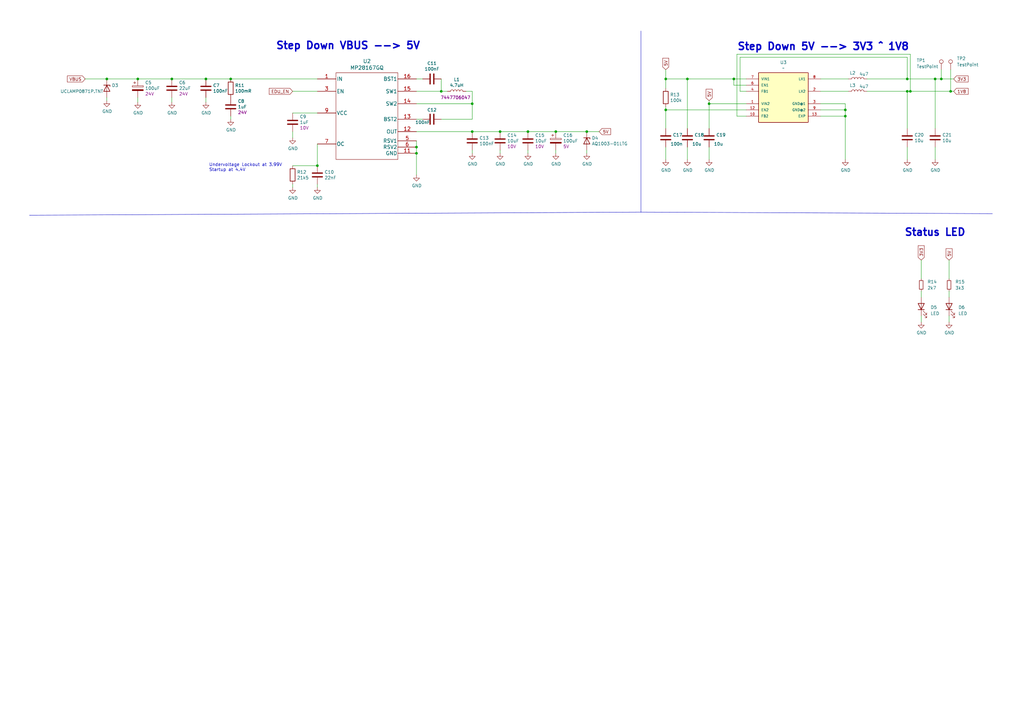
<source format=kicad_sch>
(kicad_sch (version 20230121) (generator eeschema)
  (paper "A3")
  (lib_symbols
    (symbol "Connector:TestPoint" (pin_numbers hide) (pin_names (offset 0.762) hide)
      (property "Reference" "TP" (at 0 6.858 0))
      (property "Value" "TestPoint" (at 0 5.08 0))
      (symbol "TestPoint_0_1"
        (circle (center 0 3.302) (radius 0.762))
      )
      (symbol "TestPoint_1_1"
        (pin passive line (at 0 0 90) (length 2.54) (name "1") (number "1"))
      )
    )
    (symbol "Device:C" (pin_numbers hide) (pin_names (offset 0.254))
      (property "Reference" "C" (at 0.635 2.54 0))
      (property "Value" "C" (at 0.635 -2.54 0))
      (symbol "C_0_1"
        (polyline (pts (xy -2.032 -0.762) (xy 2.032 -0.762)) (stroke (width 0.508)))
        (polyline (pts (xy -2.032 0.762) (xy 2.032 0.762)) (stroke (width 0.508)))
      )
      (symbol "C_1_1"
        (pin passive line (at 0 3.81 270) (length 2.794) (name "~") (number "1"))
        (pin passive line (at 0 -3.81 90) (length 2.794) (name "~") (number "2"))
      )
    )
    (symbol "Device:D_Zener" (pin_numbers hide) (pin_names (offset 1.016) hide)
      (property "Reference" "D" (at 0 2.54 0))
      (property "Value" "D_Zener" (at 0 -2.54 0))
      (symbol "D_Zener_0_1"
        (polyline (pts (xy 1.27 0) (xy -1.27 0)))
        (polyline (pts (xy -1.27 -1.27) (xy -1.27 1.27) (xy -0.762 1.27)) (stroke (width 0.254)))
        (polyline (pts (xy 1.27 -1.27) (xy 1.27 1.27) (xy -1.27 0) (xy 1.27 -1.27)) (stroke (width 0.254)))
      )
      (symbol "D_Zener_1_1"
        (pin passive line (at -3.81 0 0) (length 2.54) (name "K") (number "1"))
        (pin passive line (at 3.81 0 180) (length 2.54) (name "A") (number "2"))
      )
    )
    (symbol "Device:L" (pin_numbers hide) (pin_names (offset 1.016) hide)
      (property "Reference" "L" (at -1.27 0 90))
      (property "Value" "L" (at 1.905 0 90))
      (symbol "L_0_1"
        (arc (start 0 -2.54) (mid 0.6323 -1.905) (end 0 -1.27))
        (arc (start 0 -1.27) (mid 0.6323 -0.635) (end 0 0))
        (arc (start 0 0) (mid 0.6323 0.635) (end 0 1.27))
        (arc (start 0 1.27) (mid 0.6323 1.905) (end 0 2.54))
      )
      (symbol "L_1_1"
        (pin passive line (at 0 3.81 270) (length 1.27) (name "1") (number "1"))
        (pin passive line (at 0 -3.81 90) (length 1.27) (name "2") (number "2"))
      )
    )
    (symbol "Device:LED" (pin_numbers hide) (pin_names (offset 1.016) hide)
      (property "Reference" "D" (at 0 2.54 0))
      (property "Value" "LED" (at 0 -2.54 0))
      (symbol "LED_0_1"
        (polyline (pts (xy -1.27 -1.27) (xy -1.27 1.27)) (stroke (width 0.254)))
        (polyline (pts (xy -1.27 0) (xy 1.27 0)))
        (polyline (pts (xy 1.27 -1.27) (xy 1.27 1.27) (xy -1.27 0) (xy 1.27 -1.27)) (stroke (width 0.254)))
        (polyline (pts (xy -3.048 -0.762) (xy -4.572 -2.286) (xy -3.81 -2.286) (xy -4.572 -2.286) (xy -4.572 -1.524)))
        (polyline (pts (xy -1.778 -0.762) (xy -3.302 -2.286) (xy -2.54 -2.286) (xy -3.302 -2.286) (xy -3.302 -1.524)))
      )
      (symbol "LED_1_1"
        (pin passive line (at -3.81 0 0) (length 2.54) (name "K") (number "1"))
        (pin passive line (at 3.81 0 180) (length 2.54) (name "A") (number "2"))
      )
    )
    (symbol "Device:R" (pin_numbers hide) (pin_names (offset 0))
      (property "Reference" "R" (at 2.032 0 90))
      (property "Value" "R" (at 0 0 90))
      (symbol "R_0_1"
        (rectangle (start -1.016 -2.54) (end 1.016 2.54) (stroke (width 0.254)))
      )
      (symbol "R_1_1"
        (pin passive line (at 0 3.81 270) (length 1.27) (name "~") (number "1"))
        (pin passive line (at 0 -3.81 90) (length 1.27) (name "~") (number "2"))
      )
    )
    (symbol "Device:R_Small" (pin_numbers hide) (pin_names (offset 0.254) hide)
      (property "Reference" "R" (at 0.762 0.508 0))
      (property "Value" "R_Small" (at 0.762 -1.016 0))
      (symbol "R_Small_0_1"
        (rectangle (start -0.762 1.778) (end 0.762 -1.778) (stroke (width 0.2032)))
      )
      (symbol "R_Small_1_1"
        (pin passive line (at 0 2.54 270) (length 0.762) (name "~") (number "1"))
        (pin passive line (at 0 -2.54 90) (length 0.762) (name "~") (number "2"))
      )
    )
    (symbol "PAM2306AYPKE:PAM2306AYPKE" (pin_names (offset 1.016))
      (property "Reference" "U" (at -10.1854 10.6934 0))
      (property "Value" "PAM2306AYPKE" (at -10.1854 -11.9634 0))
      (symbol "PAM2306AYPKE_0_0"
        (rectangle (start -10.16 -10.16) (end 10.16 10.16) (stroke (width 0.254)) (fill (type background)))
        (pin input line (at -15.24 -2.54 0) (length 5.08) (name "VIN2") (number "1"))
        (pin input line (at -15.24 -7.62 0) (length 5.08) (name "FB2") (number "10"))
        (pin input line (at -15.24 -5.08 0) (length 5.08) (name "EN2") (number "12"))
        (pin power_in line (at 15.24 -7.62 180) (length 5.08) (name "EXP") (number "13"))
        (pin output line (at 15.24 2.54 180) (length 5.08) (name "LX2") (number "2"))
        (pin power_in line (at 15.24 -2.54 180) (length 5.08) (name "GND@1") (number "3"))
        (pin input line (at -15.24 2.54 0) (length 5.08) (name "FB1") (number "4"))
        (pin input line (at -15.24 5.08 0) (length 5.08) (name "EN1") (number "6"))
        (pin input line (at -15.24 7.62 0) (length 5.08) (name "VIN1") (number "7"))
        (pin output line (at 15.24 7.62 180) (length 5.08) (name "LX1") (number "8"))
        (pin power_in line (at 15.24 -5.08 180) (length 5.08) (name "GND@2") (number "9"))
      )
    )
    (symbol "STS1_DCDC:MP28167GQ" (pin_names (offset 0.254))
      (property "Reference" "U" (at 20.32 10.16 0))
      (property "Value" "MP28167GQ" (at 20.32 7.62 0))
      (symbol "MP28167GQ_1_1"
        (rectangle (start 7.62 2.54) (end 33.02 -33.02))
        (pin input line (at 0 0 0) (length 7.62) (name "IN") (number "1"))
        (pin power_in line (at 40.64 -30.48 180) (length 7.62) hide (name "AGND") (number "10"))
        (pin power_in line (at 40.64 -30.48 180) (length 7.62) (name "GND") (number "11"))
        (pin output line (at 40.64 -21.59 180) (length 7.62) (name "OUT") (number "12"))
        (pin bidirectional line (at 40.64 -16.51 180) (length 7.62) (name "BST2") (number "13"))
        (pin bidirectional line (at 40.64 -10.16 180) (length 7.62) (name "SW2") (number "14"))
        (pin bidirectional line (at 40.64 -5.08 180) (length 7.62) (name "SW1") (number "15"))
        (pin bidirectional line (at 40.64 0 180) (length 7.62) (name "BST1") (number "16"))
        (pin power_in line (at 40.64 -30.48 180) (length 7.62) hide (name "GND") (number "2"))
        (pin unspecified line (at 0 -5.08 0) (length 7.62) (name "EN") (number "3"))
        (pin power_in line (at 40.64 -30.48 180) (length 7.62) hide (name "NC") (number "4"))
        (pin bidirectional line (at 40.64 -25.4 180) (length 7.62) (name "RSV1") (number "5"))
        (pin bidirectional line (at 40.64 -27.94 180) (length 7.62) (name "RSV2") (number "6"))
        (pin unspecified line (at 0 -26.67 0) (length 7.62) (name "OC") (number "7"))
        (pin power_out line (at 40.64 -30.48 180) (length 7.62) hide (name "NC") (number "8"))
        (pin power_in line (at 0 -13.97 0) (length 7.62) (name "VCC") (number "9"))
      )
    )
    (symbol "STS1_EDU-rescue:C-Device-STS1_template-rescue" (pin_numbers hide) (pin_names (offset 0.254))
      (property "Reference" "C" (at 0.635 2.54 0))
      (property "Value" "C-Device-STS1_template-rescue" (at 0.635 -2.54 0))
      (symbol "C-Device-STS1_template-rescue_0_1"
        (polyline (pts (xy -2.032 -0.762) (xy 2.032 -0.762)) (stroke (width 0.508)))
        (polyline (pts (xy -2.032 0.762) (xy 2.032 0.762)) (stroke (width 0.508)))
      )
      (symbol "C-Device-STS1_template-rescue_1_1"
        (pin passive line (at 0 3.81 270) (length 2.794) (name "~") (number "1"))
        (pin passive line (at 0 -3.81 90) (length 2.794) (name "~") (number "2"))
      )
    )
    (symbol "STS1_EDU-rescue:GND-power-STS1_template-rescue" (power) (pin_names (offset 0))
      (property "Value" "GND-power-STS1_template-rescue" (at 0 -3.81 0))
      (symbol "GND-power-STS1_template-rescue_0_1"
        (polyline (pts (xy 0 0) (xy 0 -1.27) (xy 1.27 -1.27) (xy 0 -2.54) (xy -1.27 -1.27) (xy 0 -1.27)))
      )
      (symbol "GND-power-STS1_template-rescue_1_1"
        (pin power_in line (at 0 0 270) (length 0) hide (name "GND") (number "1"))
      )
    )
    (symbol "STS1_EDU-rescue:L-Device-STS1_template-rescue" (pin_numbers hide) (pin_names (offset 1.016) hide)
      (property "Reference" "L" (at -1.27 0 90))
      (property "Value" "L-Device-STS1_template-rescue" (at 1.905 0 90))
      (symbol "L-Device-STS1_template-rescue_0_1"
        (arc (start 0 -2.54) (mid 0.6323 -1.905) (end 0 -1.27))
        (arc (start 0 -1.27) (mid 0.6323 -0.635) (end 0 0))
        (arc (start 0 0) (mid 0.6323 0.635) (end 0 1.27))
        (arc (start 0 1.27) (mid 0.6323 1.905) (end 0 2.54))
      )
      (symbol "L-Device-STS1_template-rescue_1_1"
        (pin passive line (at 0 3.81 270) (length 1.27) (name "1") (number "1"))
        (pin passive line (at 0 -3.81 90) (length 1.27) (name "2") (number "2"))
      )
    )
    (symbol "STS1_EDU-rescue:R-Device-STS1_template-rescue" (pin_numbers hide) (pin_names (offset 0))
      (property "Reference" "R" (at 2.032 0 90))
      (property "Value" "R-Device-STS1_template-rescue" (at 0 0 90))
      (symbol "R-Device-STS1_template-rescue_0_1"
        (rectangle (start -1.016 -2.54) (end 1.016 2.54) (stroke (width 0.254)))
      )
      (symbol "R-Device-STS1_template-rescue_1_1"
        (pin passive line (at 0 3.81 270) (length 1.27) (name "~") (number "1"))
        (pin passive line (at 0 -3.81 90) (length 1.27) (name "~") (number "2"))
      )
    )
    (symbol "STS1_VRM-rescue:CP-Device" (pin_numbers hide) (pin_names (offset 0.254))
      (property "Reference" "C" (at 0.635 2.54 0))
      (property "Value" "CP-Device" (at 0.635 -2.54 0))
      (symbol "CP-Device_0_1"
        (rectangle (start -2.286 0.508) (end 2.286 1.016))
        (polyline (pts (xy -1.778 2.286) (xy -0.762 2.286)))
        (polyline (pts (xy -1.27 2.794) (xy -1.27 1.778)))
        (rectangle (start 2.286 -0.508) (end -2.286 -1.016) (fill (type outline)))
      )
      (symbol "CP-Device_1_1"
        (pin passive line (at 0 3.81 270) (length 2.794) (name "~") (number "1"))
        (pin passive line (at 0 -3.81 90) (length 2.794) (name "~") (number "2"))
      )
    )
    (symbol "power:GND" (power) (pin_names (offset 0))
      (property "Value" "GND" (at 0 -3.81 0))
      (symbol "GND_0_1"
        (polyline (pts (xy 0 0) (xy 0 -1.27) (xy 1.27 -1.27) (xy 0 -2.54) (xy -1.27 -1.27) (xy 0 -1.27)))
      )
      (symbol "GND_1_1"
        (pin power_in line (at 0 0 270) (length 0) hide (name "GND") (number "1"))
      )
    )
  )
  (junction (at 389.89 37.465))
  (junction (at 180.975 37.465))
  (junction (at 346.71 45.085))
  (junction (at 386.08 32.385))
  (junction (at 94.615 32.385))
  (junction (at 240.665 53.975))
  (junction (at 170.815 60.325))
  (junction (at 290.83 42.545))
  (junction (at 84.455 32.385))
  (junction (at 70.485 32.385))
  (junction (at 281.94 32.385))
  (junction (at 170.815 62.865))
  (junction (at 373.38 37.465))
  (junction (at 193.675 53.975))
  (junction (at 216.535 53.975))
  (junction (at 227.965 53.975))
  (junction (at 383.54 32.385))
  (junction (at 205.105 53.975))
  (junction (at 273.05 45.085))
  (junction (at 346.71 47.625))
  (junction (at 43.815 32.385))
  (junction (at 372.11 32.385))
  (junction (at 193.675 42.545))
  (junction (at 273.05 32.385))
  (junction (at 372.11 37.465))
  (junction (at 300.99 32.385))
  (junction (at 130.175 67.945))
  (junction (at 56.515 32.385))
  (wire (pts (xy 193.675 62.865) (xy 193.675 61.595)))
  (wire (pts (xy 205.105 62.865) (xy 205.105 61.595)))
  (wire (pts (xy 205.105 53.975) (xy 216.535 53.975)))
  (wire (pts (xy 273.05 32.385) (xy 281.94 32.385)))
  (wire (pts (xy 372.11 32.385) (xy 383.54 32.385)))
  (wire (pts (xy 303.53 23.495) (xy 372.11 23.495)))
  (wire (pts (xy 383.54 32.385) (xy 383.54 52.705)))
  (wire (pts (xy 216.535 53.975) (xy 227.965 53.975)))
  (wire (pts (xy 94.615 48.895) (xy 94.615 47.625)))
  (wire (pts (xy 377.825 129.54) (xy 377.825 132.08)))
  (wire (pts (xy 355.6 32.385) (xy 372.11 32.385)))
  (wire (pts (xy 193.675 42.545) (xy 193.675 37.465)))
  (wire (pts (xy 336.55 32.385) (xy 347.98 32.385)))
  (wire (pts (xy 303.53 37.465) (xy 303.53 23.495)))
  (wire (pts (xy 227.965 53.975) (xy 240.665 53.975)))
  (wire (pts (xy 180.975 32.385) (xy 180.975 37.465)))
  (wire (pts (xy 389.255 129.54) (xy 389.255 132.08)))
  (wire (pts (xy 94.615 32.385) (xy 130.175 32.385)))
  (wire (pts (xy 281.94 32.385) (xy 300.99 32.385)))
  (wire (pts (xy 193.675 48.895) (xy 193.675 42.545)))
  (wire (pts (xy 372.11 60.325) (xy 372.11 65.405)))
  (wire (pts (xy 383.54 60.325) (xy 383.54 65.405)))
  (wire (pts (xy 56.515 32.385) (xy 70.485 32.385)))
  (wire (pts (xy 180.975 37.465) (xy 183.515 37.465)))
  (wire (pts (xy 240.665 53.975) (xy 245.745 53.975)))
  (wire (pts (xy 290.83 60.325) (xy 290.83 65.405)))
  (wire (pts (xy 170.815 48.895) (xy 173.355 48.895)))
  (wire (pts (xy 273.05 43.815) (xy 273.05 45.085)))
  (wire (pts (xy 170.815 57.785) (xy 170.815 60.325)))
  (wire (pts (xy 300.99 32.385) (xy 306.07 32.385)))
  (wire (pts (xy 56.515 41.91) (xy 56.515 40.005)))
  (wire (pts (xy 130.175 76.835) (xy 130.175 75.565)))
  (wire (pts (xy 306.07 37.465) (xy 303.53 37.465)))
  (wire (pts (xy 372.11 37.465) (xy 373.38 37.465)))
  (wire (pts (xy 306.07 34.925) (xy 300.99 34.925)))
  (wire (pts (xy 372.11 23.495) (xy 372.11 32.385)))
  (wire (pts (xy 290.83 42.545) (xy 306.07 42.545)))
  (wire (pts (xy 120.015 76.835) (xy 120.015 75.565)))
  (wire (pts (xy 273.05 32.385) (xy 273.05 36.195)))
  (wire (pts (xy 273.05 45.085) (xy 273.05 52.705)))
  (wire (pts (xy 120.015 37.465) (xy 130.175 37.465)))
  (wire (pts (xy 373.38 22.225) (xy 373.38 37.465)))
  (wire (pts (xy 372.11 37.465) (xy 372.11 52.705)))
  (wire (pts (xy 290.83 41.275) (xy 290.83 42.545)))
  (wire (pts (xy 389.255 106.68) (xy 389.255 114.3)))
  (wire (pts (xy 70.485 32.385) (xy 84.455 32.385)))
  (wire (pts (xy 383.54 32.385) (xy 386.08 32.385)))
  (wire (pts (xy 193.675 37.465) (xy 191.135 37.465)))
  (wire (pts (xy 170.815 42.545) (xy 193.675 42.545)))
  (wire (pts (xy 302.26 47.625) (xy 302.26 22.225)))
  (wire (pts (xy 386.08 28.575) (xy 386.08 32.385)))
  (wire (pts (xy 273.05 60.325) (xy 273.05 65.405)))
  (wire (pts (xy 170.815 32.385) (xy 173.355 32.385)))
  (wire (pts (xy 84.455 32.385) (xy 94.615 32.385)))
  (wire (pts (xy 306.07 47.625) (xy 302.26 47.625)))
  (wire (pts (xy 389.89 37.465) (xy 391.16 37.465)))
  (wire (pts (xy 281.94 32.385) (xy 281.94 52.705)))
  (polyline (pts (xy 262.89 86.995) (xy 407.035 87.63)))
  (wire (pts (xy 120.015 46.355) (xy 130.175 46.355)))
  (wire (pts (xy 355.6 37.465) (xy 372.11 37.465)))
  (wire (pts (xy 281.94 60.325) (xy 281.94 65.405)))
  (wire (pts (xy 180.975 48.895) (xy 193.675 48.895)))
  (polyline (pts (xy 262.89 12.7) (xy 262.89 86.995)))
  (wire (pts (xy 389.89 28.575) (xy 389.89 37.465)))
  (wire (pts (xy 346.71 42.545) (xy 346.71 45.085)))
  (wire (pts (xy 193.675 53.975) (xy 205.105 53.975)))
  (wire (pts (xy 377.825 106.68) (xy 377.825 114.3)))
  (wire (pts (xy 120.015 56.515) (xy 120.015 53.975)))
  (wire (pts (xy 34.925 32.385) (xy 43.815 32.385)))
  (wire (pts (xy 346.71 45.085) (xy 346.71 47.625)))
  (wire (pts (xy 300.99 34.925) (xy 300.99 32.385)))
  (wire (pts (xy 346.71 47.625) (xy 346.71 65.405)))
  (wire (pts (xy 389.255 119.38) (xy 389.255 121.92)))
  (wire (pts (xy 336.55 45.085) (xy 346.71 45.085)))
  (wire (pts (xy 170.815 62.865) (xy 170.815 71.755)))
  (wire (pts (xy 227.965 62.865) (xy 227.965 61.595)))
  (wire (pts (xy 336.55 42.545) (xy 346.71 42.545)))
  (wire (pts (xy 170.815 37.465) (xy 180.975 37.465)))
  (wire (pts (xy 302.26 22.225) (xy 373.38 22.225)))
  (wire (pts (xy 130.175 67.945) (xy 130.175 59.055)))
  (wire (pts (xy 273.05 45.085) (xy 306.07 45.085)))
  (wire (pts (xy 336.55 47.625) (xy 346.71 47.625)))
  (wire (pts (xy 216.535 62.865) (xy 216.535 61.595)))
  (wire (pts (xy 170.815 60.325) (xy 170.815 62.865)))
  (wire (pts (xy 373.38 37.465) (xy 389.89 37.465)))
  (wire (pts (xy 120.015 67.945) (xy 130.175 67.945)))
  (wire (pts (xy 170.815 53.975) (xy 193.675 53.975)))
  (polyline (pts (xy 12.065 88.265) (xy 262.89 86.995)))
  (wire (pts (xy 386.08 32.385) (xy 391.16 32.385)))
  (wire (pts (xy 70.485 41.91) (xy 70.485 40.005)))
  (wire (pts (xy 43.815 41.275) (xy 43.815 40.005)))
  (wire (pts (xy 43.815 32.385) (xy 56.515 32.385)))
  (wire (pts (xy 84.455 41.91) (xy 84.455 40.005)))
  (wire (pts (xy 273.05 28.575) (xy 273.05 32.385)))
  (wire (pts (xy 290.83 42.545) (xy 290.83 52.705)))
  (wire (pts (xy 336.55 37.465) (xy 347.98 37.465)))
  (wire (pts (xy 240.665 62.865) (xy 240.665 61.595)))
  (wire (pts (xy 377.825 119.38) (xy 377.825 121.92)))
  (text "Status LED" (at 370.84 97.155 0) (effects (font (size 3 3) (thickness 0.6) bold) (justify left bottom)))
  (text "Step Down VBUS --> 5V\n\n" (at 113.03 25.4 0) (effects (font (size 3 3) (thickness 0.6) bold) (justify left bottom)))
  (text "Undervoltage Lockout at 3.99V\nStartup at 4.4V" (at 85.725 70.485 0) (effects (font (size 1.27 1.27)) (justify left bottom)))
  (text "Step Down 5V --> 3V3 ^ 1V8\n" (at 302.26 20.955 0) (effects (font (size 3 3) (thickness 0.6) bold) (justify left bottom)))
  (global_label "VBUS" (shape input) (at 34.925 32.385 180) (property "Intersheetrefs" "${INTERSHEET_REFS}" (effects hide)))
  (global_label "1V8" (shape input) (at 391.16 37.465 0) (property "Intersheetrefs" "${INTERSHEET_REFS}" (effects hide)))
  (global_label "EDU_EN" (shape input) (at 120.015 37.465 180) (property "Intersheetrefs" "${INTERSHEET_REFS}" (effects hide)))
  (global_label "3V3" (shape input) (at 377.825 106.68 90) (property "Intersheetrefs" "${INTERSHEET_REFS}" (effects hide)))
  (global_label "3V3" (shape input) (at 391.16 32.385 0) (property "Intersheetrefs" "${INTERSHEET_REFS}" (effects hide)))
  (global_label "5V" (shape input) (at 389.255 106.68 90) (property "Intersheetrefs" "${INTERSHEET_REFS}" (effects hide)))
  (global_label "5V" (shape input) (at 290.83 41.275 90) (property "Intersheetrefs" "${INTERSHEET_REFS}" (effects hide)))
  (global_label "5V" (shape input) (at 273.05 28.575 90) (property "Intersheetrefs" "${INTERSHEET_REFS}" (effects hide)))
  (global_label "5V" (shape input) (at 245.745 53.975 0) (property "Intersheetrefs" "${INTERSHEET_REFS}" (effects hide)))
  (symbol (lib_id "power:GND") (at 120.015 56.515 0) (unit 1)
    (property "Reference" "#PWR0206" (effects hide))
    (property "Value" "GND" (at 120.142 60.9092 0))
  )
  (symbol (lib_id "Device:C") (at 130.175 71.755 0) (unit 1)
    (property "Reference" "C10" (at 133.096 70.5866 0) (effects (justify left)))
    (property "Value" "22nF" (at 133.096 72.898 0) (effects (justify left)))
    (property "Footprint" "Capacitor_SMD:C_0603_1608Metric" (effects hide))
  )
  (symbol (lib_id "Device:R_Small") (at 377.825 116.84 0) (unit 1)
    (property "Reference" "R14" (at 380.365 115.5699 0) (effects (justify left)))
    (property "Value" "2k7" (at 380.365 118.1099 0) (effects (justify left)))
    (property "Footprint" "Resistor_SMD:R_0603_1608Metric_Pad0.98x0.95mm_HandSolder" (effects hide))
  )
  (symbol (lib_id "Device:R") (at 120.015 71.755 0) (unit 1)
    (property "Reference" "R12" (at 121.793 70.5866 0) (effects (justify left)))
    (property "Value" "21k5" (at 121.793 72.898 0) (effects (justify left)))
    (property "Footprint" "Resistor_SMD:R_0603_1608Metric" (effects hide))
  )
  (symbol (lib_id "STS1_EDU-rescue:GND-power-STS1_template-rescue") (at 377.825 132.08 0) (unit 1)
    (property "Reference" "#PWR0205" (effects hide))
    (property "Value" "~" (at 377.952 136.4742 0))
  )
  (symbol (lib_id "STS1_EDU-rescue:GND-power-STS1_template-rescue") (at 372.11 65.405 0) (unit 1)
    (property "Reference" "#PWR0203" (effects hide))
    (property "Value" "~" (at 372.237 69.7992 0))
  )
  (symbol (lib_id "power:GND") (at 205.105 62.865 0) (unit 1)
    (property "Reference" "#PWR0198" (effects hide))
    (property "Value" "GND" (at 205.232 67.2592 0))
  )
  (symbol (lib_id "Device:C") (at 84.455 36.195 0) (unit 1)
    (property "Reference" "C7" (at 87.376 35.0266 0) (effects (justify left)))
    (property "Value" "100nF" (at 87.376 37.338 0) (effects (justify left)))
    (property "Footprint" "Capacitor_SMD:C_0603_1608Metric" (effects hide))
  )
  (symbol (lib_id "power:GND") (at 94.615 48.895 0) (unit 1)
    (property "Reference" "#PWR0201" (effects hide))
    (property "Value" "GND" (at 94.742 53.2892 0))
  )
  (symbol (lib_id "PAM2306AYPKE:PAM2306AYPKE") (at 321.31 40.005 0) (unit 1)
    (property "Reference" "U3" (at 321.31 25.6032 0))
    (property "Value" "~" (at 321.31 27.9146 0))
    (property "Footprint" "PAM2306AYPKE:SON45P300X300X80-13N" (effects hide))
    (property "Datasheet" "https://www.diodes.com/assets/Datasheets/PAM2306.pdf" (effects hide))
    (property "Description" "Buck Switching Regulator IC Positive Fixed 1.8V, 3.3V 2 Output 1A 12-WFDFN Exposed Pad" (effects hide))
    (property "Availability" "In Stock" (effects hide))
    (property "Price" "None" (effects hide))
    (property "Package" "WFDFN-12 Diodes Inc." (effects hide))
    (property "MF" "Diodes Inc." (effects hide))
    (property "Purchase-URL" "https://pricing.snapeda.com/search/part/PAM2306AYPKE/?ref=eda" (effects hide))
    (property "MP" "PAM2306AYPKE" (effects hide))
  )
  (symbol (lib_id "STS1_EDU-rescue:GND-power-STS1_template-rescue") (at 389.255 132.08 0) (unit 1)
    (property "Reference" "#PWR0204" (effects hide))
    (property "Value" "~" (at 389.382 136.4742 0))
  )
  (symbol (lib_id "STS1_EDU-rescue:GND-power-STS1_template-rescue") (at 273.05 65.405 0) (unit 1)
    (property "Reference" "#PWR0210" (effects hide))
    (property "Value" "~" (at 273.177 69.7992 0))
  )
  (symbol (lib_id "power:GND") (at 84.455 41.91 0) (unit 1)
    (property "Reference" "#PWR0214" (effects hide))
    (property "Value" "GND" (at 84.582 46.3042 0))
  )
  (symbol (lib_id "Device:C") (at 216.535 57.785 0) (unit 1)
    (property "Reference" "C15" (at 219.456 55.4736 0) (effects (justify left)))
    (property "Value" "10uF" (at 219.456 57.785 0) (effects (justify left)))
    (property "Footprint" "Capacitor_SMD:C_0805_2012Metric" (effects hide))
    (property "Voltage" "10V" (at 219.456 60.0964 0) (effects (justify left)))
  )
  (symbol (lib_id "Device:C") (at 205.105 57.785 0) (unit 1)
    (property "Reference" "C14" (at 208.026 55.4736 0) (effects (justify left)))
    (property "Value" "10uF" (at 208.026 57.785 0) (effects (justify left)))
    (property "Footprint" "Capacitor_SMD:C_0805_2012Metric" (effects hide))
    (property "Voltage" "10V" (at 208.026 60.0964 0) (effects (justify left)))
  )
  (symbol (lib_id "STS1_EDU-rescue:L-Device-STS1_template-rescue") (at 351.79 37.465 90) (unit 1)
    (property "Reference" "L3" (at 349.6818 35.0012 90))
    (property "Value" "4u7" (at 354.33 35.4584 90))
    (property "Footprint" "Inductor_SMD:L_1210_3225Metric_Pad1.42x2.65mm_HandSolder" (effects hide))
  )
  (symbol (lib_id "STS1_EDU-rescue:GND-power-STS1_template-rescue") (at 383.54 65.405 0) (unit 1)
    (property "Reference" "#PWR0202" (effects hide))
    (property "Value" "~" (at 383.667 69.7992 0))
  )
  (symbol (lib_id "STS1_DCDC:MP28167GQ") (at 130.175 32.385 0) (unit 1)
    (property "Reference" "U2" (at 150.495 25.0952 0) (effects (font (size 1.524 1.524))))
    (property "Value" "MP28167GQ" (at 150.495 27.7876 0) (effects (font (size 1.524 1.524))))
    (property "Footprint" "STS_Package_DFN_QFN:MP28167_QFN16" (effects hide))
    (property "Datasheet" "https://www.monolithicpower.com/en/documentview/productdocument/index/version/2/document_type/Datasheet/lang/en/sku/MP28167GQ/document_id/4000/" (effects hide))
  )
  (symbol (lib_id "power:GND") (at 43.815 41.275 0) (unit 1)
    (property "Reference" "#PWR0213" (effects hide))
    (property "Value" "GND" (at 43.942 45.6692 0))
  )
  (symbol (lib_id "power:GND") (at 227.965 62.865 0) (unit 1)
    (property "Reference" "#PWR0196" (effects hide))
    (property "Value" "GND" (at 228.092 67.2592 0))
  )
  (symbol (lib_id "STS1_EDU-rescue:C-Device-STS1_template-rescue") (at 273.05 56.515 0) (unit 1)
    (property "Reference" "C17" (at 275.971 55.3466 0) (effects (justify left)))
    (property "Value" "100n" (at 275.0058 59.055 0) (effects (justify left)))
    (property "Footprint" "Capacitor_SMD:C_0603_1608Metric_Pad1.08x0.95mm_HandSolder" (effects hide))
  )
  (symbol (lib_id "Device:C") (at 120.015 50.165 0) (unit 1)
    (property "Reference" "C9" (at 122.936 47.8536 0) (effects (justify left)))
    (property "Value" "1uF" (at 122.936 50.165 0) (effects (justify left)))
    (property "Footprint" "Capacitor_SMD:C_0805_2012Metric" (effects hide))
    (property "Voltage" "10V" (at 122.936 52.4764 0) (effects (justify left)))
  )
  (symbol (lib_id "Device:L") (at 187.325 37.465 90) (unit 1)
    (property "Reference" "L1" (at 187.325 32.639 90))
    (property "Value" "4.7uH" (at 187.325 34.9504 90))
    (property "Footprint" "Inductor_SMD:L_12x12mm_H6mm" (effects hide))
    (property "Part" "7447706047 " (at 187.325 40.005 90))
  )
  (symbol (lib_id "Device:C") (at 193.675 57.785 0) (unit 1)
    (property "Reference" "C13" (at 196.596 56.6166 0) (effects (justify left)))
    (property "Value" "100nF" (at 196.596 58.928 0) (effects (justify left)))
    (property "Footprint" "Capacitor_SMD:C_0603_1608Metric" (effects hide))
  )
  (symbol (lib_id "STS1_EDU-rescue:C-Device-STS1_template-rescue") (at 290.83 56.515 0) (unit 1)
    (property "Reference" "C19" (at 293.751 55.3466 0) (effects (justify left)))
    (property "Value" "10u" (at 292.7858 59.055 0) (effects (justify left)))
    (property "Footprint" "Capacitor_SMD:C_0603_1608Metric_Pad1.08x0.95mm_HandSolder" (effects hide))
  )
  (symbol (lib_id "STS1_VRM-rescue:CP-Device") (at 56.515 36.195 0) (unit 1)
    (property "Reference" "C5" (at 59.5122 33.8836 0) (effects (justify left)))
    (property "Value" "100uF" (at 59.5122 36.195 0) (effects (justify left)))
    (property "Footprint" "Capacitor_Tantalum_SMD:CP_EIA-7343-43_Kemet-X" (effects hide))
    (property "Voltage" "24V" (at 59.5122 38.5064 0) (effects (justify left)))
  )
  (symbol (lib_id "Device:C") (at 177.165 48.895 270) (unit 1)
    (property "Reference" "C12" (at 177.165 45.085 90))
    (property "Value" "100nF" (at 173.355 50.165 90))
    (property "Footprint" "Capacitor_SMD:C_0603_1608Metric" (effects hide))
  )
  (symbol (lib_id "power:GND") (at 170.815 71.755 0) (unit 1)
    (property "Reference" "#PWR0194" (effects hide))
    (property "Value" "GND" (at 170.942 76.1492 0))
  )
  (symbol (lib_id "Device:C") (at 70.485 36.195 0) (unit 1)
    (property "Reference" "C6" (at 73.406 33.8836 0) (effects (justify left)))
    (property "Value" "22uF" (at 73.406 36.195 0) (effects (justify left)))
    (property "Footprint" "Capacitor_SMD:C_1206_3216Metric" (effects hide))
    (property "Voltage" "24V" (at 73.406 38.5064 0) (effects (justify left)))
  )
  (symbol (lib_id "STS1_EDU-rescue:C-Device-STS1_template-rescue") (at 383.54 56.515 0) (unit 1)
    (property "Reference" "C21" (at 386.461 55.3466 0) (effects (justify left)))
    (property "Value" "10u" (at 386.461 57.658 0) (effects (justify left)))
    (property "Footprint" "Capacitor_SMD:C_0603_1608Metric_Pad1.08x0.95mm_HandSolder" (effects hide))
  )
  (symbol (lib_id "Device:D_Zener") (at 240.665 57.785 270) (unit 1)
    (property "Reference" "D4" (at 242.697 56.6166 90) (effects (justify left)))
    (property "Value" "AQ1003-01LTG " (at 242.697 58.928 90) (effects (justify left)))
    (property "Footprint" "Diode_SMD:D_SOD-523" (effects hide))
  )
  (symbol (lib_id "Device:C") (at 94.615 43.815 0) (unit 1)
    (property "Reference" "C8" (at 97.536 41.5036 0) (effects (justify left)))
    (property "Value" "1uF" (at 97.536 43.815 0) (effects (justify left)))
    (property "Footprint" "Capacitor_SMD:C_0805_2012Metric" (effects hide))
    (property "Voltage" "24V" (at 97.536 46.1264 0) (effects (justify left)))
    (property "Populate" "false" (effects hide))
  )
  (symbol (lib_id "STS1_EDU-rescue:GND-power-STS1_template-rescue") (at 346.71 65.405 0) (unit 1)
    (property "Reference" "#PWR0207" (effects hide))
    (property "Value" "~" (at 346.837 69.7992 0))
  )
  (symbol (lib_id "Device:D_Zener") (at 43.815 36.195 270) (unit 1)
    (property "Reference" "D3" (at 45.847 35.0266 90) (effects (justify left)))
    (property "Value" "UCLAMP0871P.TNT " (at 24.765 37.465 90) (effects (justify left)))
    (property "Footprint" "STS_Package_DFN_QFN:SGP1610N2" (effects hide))
  )
  (symbol (lib_id "Device:LED") (at 389.255 125.73 90) (unit 1)
    (property "Reference" "D6" (at 393.065 126.0474 90) (effects (justify right)))
    (property "Value" "LED" (at 393.065 128.5874 90) (effects (justify right)))
    (property "Footprint" "LED_SMD:LED_0603_1608Metric_Pad1.05x0.95mm_HandSolder" (effects hide))
  )
  (symbol (lib_id "Device:LED") (at 377.825 125.73 90) (unit 1)
    (property "Reference" "D5" (at 381.635 126.0474 90) (effects (justify right)))
    (property "Value" "LED" (at 381.635 128.5874 90) (effects (justify right)))
    (property "Footprint" "LED_SMD:LED_0603_1608Metric_Pad1.05x0.95mm_HandSolder" (effects hide))
  )
  (symbol (lib_id "power:GND") (at 56.515 41.91 0) (unit 1)
    (property "Reference" "#PWR0212" (effects hide))
    (property "Value" "GND" (at 56.642 46.3042 0))
  )
  (symbol (lib_id "STS1_VRM-rescue:CP-Device") (at 227.965 57.785 0) (unit 1)
    (property "Reference" "C16" (at 230.9622 55.4736 0) (effects (justify left)))
    (property "Value" "100uF" (at 230.9622 57.785 0) (effects (justify left)))
    (property "Footprint" "Capacitor_Tantalum_SMD:CP_EIA-7343-43_Kemet-X" (effects hide))
    (property "Voltage" "5V" (at 230.9622 60.0964 0) (effects (justify left)))
  )
  (symbol (lib_id "power:GND") (at 70.485 41.91 0) (unit 1)
    (property "Reference" "#PWR0211" (effects hide))
    (property "Value" "GND" (at 70.612 46.3042 0))
  )
  (symbol (lib_id "Connector:TestPoint") (at 386.08 28.575 0) (unit 1)
    (property "Reference" "TP1" (at 375.92 24.765 0) (effects (justify left)))
    (property "Value" "TestPoint" (at 375.92 27.305 0) (effects (justify left)))
    (property "Footprint" "TestPoint:TestPoint_Pad_1.0x1.0mm" (effects hide))
  )
  (symbol (lib_id "power:GND") (at 216.535 62.865 0) (unit 1)
    (property "Reference" "#PWR0199" (effects hide))
    (property "Value" "GND" (at 216.662 67.2592 0))
  )
  (symbol (lib_id "STS1_EDU-rescue:GND-power-STS1_template-rescue") (at 281.94 65.405 0) (unit 1)
    (property "Reference" "#PWR0209" (effects hide))
    (property "Value" "~" (at 282.067 69.7992 0))
  )
  (symbol (lib_id "power:GND") (at 120.015 76.835 0) (unit 1)
    (property "Reference" "#PWR0193" (effects hide))
    (property "Value" "GND" (at 120.142 81.2292 0))
  )
  (symbol (lib_id "Device:R_Small") (at 389.255 116.84 0) (unit 1)
    (property "Reference" "R15" (at 391.795 115.5699 0) (effects (justify left)))
    (property "Value" "3k3" (at 391.795 118.1099 0) (effects (justify left)))
    (property "Footprint" "Resistor_SMD:R_0603_1608Metric_Pad0.98x0.95mm_HandSolder" (effects hide))
  )
  (symbol (lib_id "power:GND") (at 130.175 76.835 0) (unit 1)
    (property "Reference" "#PWR0195" (effects hide))
    (property "Value" "GND" (at 130.302 81.2292 0))
  )
  (symbol (lib_id "Device:C") (at 177.165 32.385 270) (unit 1)
    (property "Reference" "C11" (at 177.165 25.9842 90))
    (property "Value" "100nF" (at 177.165 28.2956 90))
    (property "Footprint" "Capacitor_SMD:C_0603_1608Metric" (effects hide))
  )
  (symbol (lib_id "STS1_EDU-rescue:GND-power-STS1_template-rescue") (at 290.83 65.405 0) (unit 1)
    (property "Reference" "#PWR0208" (effects hide))
    (property "Value" "~" (at 290.957 69.7992 0))
  )
  (symbol (lib_id "Device:R") (at 94.615 36.195 0) (unit 1)
    (property "Reference" "R11" (at 96.393 35.0266 0) (effects (justify left)))
    (property "Value" "100mR" (at 96.393 37.338 0) (effects (justify left)))
    (property "Footprint" "Resistor_SMD:R_0603_1608Metric" (effects hide))
    (property "Populate" "false" (effects hide))
  )
  (symbol (lib_id "Connector:TestPoint") (at 389.89 28.575 0) (unit 1)
    (property "Reference" "TP2" (at 392.43 24.0029 0) (effects (justify left)))
    (property "Value" "TestPoint" (at 392.43 26.5429 0) (effects (justify left)))
    (property "Footprint" "TestPoint:TestPoint_Pad_1.0x1.0mm" (effects hide))
  )
  (symbol (lib_id "STS1_EDU-rescue:C-Device-STS1_template-rescue") (at 281.94 56.515 0) (unit 1)
    (property "Reference" "C18" (at 284.861 55.3466 0) (effects (justify left)))
    (property "Value" "10u" (at 283.8958 59.055 0) (effects (justify left)))
    (property "Footprint" "Capacitor_SMD:C_0603_1608Metric_Pad1.08x0.95mm_HandSolder" (effects hide))
  )
  (symbol (lib_id "STS1_EDU-rescue:R-Device-STS1_template-rescue") (at 273.05 40.005 0) (unit 1)
    (property "Reference" "R13" (at 274.828 38.8366 0) (effects (justify left)))
    (property "Value" "100k" (at 274.828 41.148 0) (effects (justify left)))
    (property "Footprint" "Resistor_SMD:R_0603_1608Metric_Pad0.98x0.95mm_HandSolder" (effects hide))
  )
  (symbol (lib_id "power:GND") (at 193.675 62.865 0) (unit 1)
    (property "Reference" "#PWR0200" (effects hide))
    (property "Value" "GND" (at 193.802 67.2592 0))
  )
  (symbol (lib_id "STS1_EDU-rescue:C-Device-STS1_template-rescue") (at 372.11 56.515 0) (unit 1)
    (property "Reference" "C20" (at 375.031 55.3466 0) (effects (justify left)))
    (property "Value" "10u" (at 375.031 57.658 0) (effects (justify left)))
    (property "Footprint" "Capacitor_SMD:C_0603_1608Metric_Pad1.08x0.95mm_HandSolder" (effects hide))
  )
  (symbol (lib_id "STS1_EDU-rescue:L-Device-STS1_template-rescue") (at 351.79 32.385 90) (unit 1)
    (property "Reference" "L2" (at 349.6818 29.9212 90))
    (property "Value" "4u7" (at 354.33 30.3784 90))
    (property "Footprint" "Inductor_SMD:L_1210_3225Metric_Pad1.42x2.65mm_HandSolder" (effects hide))
  )
  (symbol (lib_id "power:GND") (at 240.665 62.865 0) (unit 1)
    (property "Reference" "#PWR0197" (effects hide))
    (property "Value" "GND" (at 240.792 67.2592 0))
  )
)
</source>
